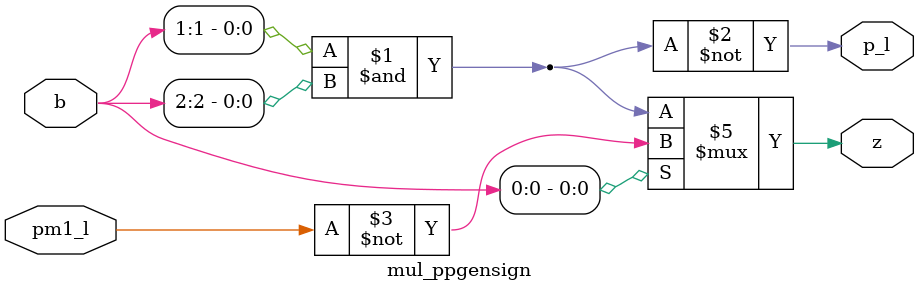
<source format=v>
module mul_ppgensign ( p_l, z, b, pm1_l );
output  p_l, z;
input  pm1_l;
input [2:0]  b;
assign p_l = ~(b[1] & b[2]);
assign z = b[0] ? ~pm1_l : ~p_l ;
endmodule
</source>
